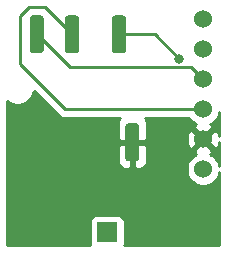
<source format=gbr>
G04 #@! TF.GenerationSoftware,KiCad,Pcbnew,(5.1.5)-3*
G04 #@! TF.CreationDate,2020-12-21T12:43:05+01:00*
G04 #@! TF.ProjectId,epimetheus_vl53l0x,6570696d-6574-4686-9575-735f766c3533,rev?*
G04 #@! TF.SameCoordinates,Original*
G04 #@! TF.FileFunction,Copper,L1,Top*
G04 #@! TF.FilePolarity,Positive*
%FSLAX46Y46*%
G04 Gerber Fmt 4.6, Leading zero omitted, Abs format (unit mm)*
G04 Created by KiCad (PCBNEW (5.1.5)-3) date 2020-12-21 12:43:05*
%MOMM*%
%LPD*%
G04 APERTURE LIST*
%ADD10C,1.524000*%
%ADD11R,1.700000X1.700000*%
%ADD12C,0.100000*%
%ADD13C,0.800000*%
%ADD14C,0.250000*%
%ADD15C,0.254000*%
G04 APERTURE END LIST*
D10*
X179070000Y-25146000D03*
X179070000Y-27686000D03*
X179070000Y-30226000D03*
X179070000Y-32766000D03*
X179070000Y-35306000D03*
X179070000Y-37846000D03*
D11*
X170942000Y-43180000D03*
G04 #@! TA.AperFunction,SMDPad,CuDef*
D12*
G36*
X165302405Y-24817445D02*
G01*
X165331527Y-24821764D01*
X165360085Y-24828918D01*
X165387805Y-24838836D01*
X165414419Y-24851424D01*
X165439671Y-24866559D01*
X165463318Y-24884097D01*
X165485132Y-24903868D01*
X165504903Y-24925682D01*
X165522441Y-24949329D01*
X165537576Y-24974581D01*
X165550164Y-25001195D01*
X165560082Y-25028915D01*
X165567236Y-25057473D01*
X165571555Y-25086595D01*
X165573000Y-25116000D01*
X165573000Y-27716000D01*
X165571555Y-27745405D01*
X165567236Y-27774527D01*
X165560082Y-27803085D01*
X165550164Y-27830805D01*
X165537576Y-27857419D01*
X165522441Y-27882671D01*
X165504903Y-27906318D01*
X165485132Y-27928132D01*
X165463318Y-27947903D01*
X165439671Y-27965441D01*
X165414419Y-27980576D01*
X165387805Y-27993164D01*
X165360085Y-28003082D01*
X165331527Y-28010236D01*
X165302405Y-28014555D01*
X165273000Y-28016000D01*
X164673000Y-28016000D01*
X164643595Y-28014555D01*
X164614473Y-28010236D01*
X164585915Y-28003082D01*
X164558195Y-27993164D01*
X164531581Y-27980576D01*
X164506329Y-27965441D01*
X164482682Y-27947903D01*
X164460868Y-27928132D01*
X164441097Y-27906318D01*
X164423559Y-27882671D01*
X164408424Y-27857419D01*
X164395836Y-27830805D01*
X164385918Y-27803085D01*
X164378764Y-27774527D01*
X164374445Y-27745405D01*
X164373000Y-27716000D01*
X164373000Y-25116000D01*
X164374445Y-25086595D01*
X164378764Y-25057473D01*
X164385918Y-25028915D01*
X164395836Y-25001195D01*
X164408424Y-24974581D01*
X164423559Y-24949329D01*
X164441097Y-24925682D01*
X164460868Y-24903868D01*
X164482682Y-24884097D01*
X164506329Y-24866559D01*
X164531581Y-24851424D01*
X164558195Y-24838836D01*
X164585915Y-24828918D01*
X164614473Y-24821764D01*
X164643595Y-24817445D01*
X164673000Y-24816000D01*
X165273000Y-24816000D01*
X165302405Y-24817445D01*
G37*
G04 #@! TD.AperFunction*
G04 #@! TA.AperFunction,SMDPad,CuDef*
G36*
X168302405Y-24817445D02*
G01*
X168331527Y-24821764D01*
X168360085Y-24828918D01*
X168387805Y-24838836D01*
X168414419Y-24851424D01*
X168439671Y-24866559D01*
X168463318Y-24884097D01*
X168485132Y-24903868D01*
X168504903Y-24925682D01*
X168522441Y-24949329D01*
X168537576Y-24974581D01*
X168550164Y-25001195D01*
X168560082Y-25028915D01*
X168567236Y-25057473D01*
X168571555Y-25086595D01*
X168573000Y-25116000D01*
X168573000Y-27716000D01*
X168571555Y-27745405D01*
X168567236Y-27774527D01*
X168560082Y-27803085D01*
X168550164Y-27830805D01*
X168537576Y-27857419D01*
X168522441Y-27882671D01*
X168504903Y-27906318D01*
X168485132Y-27928132D01*
X168463318Y-27947903D01*
X168439671Y-27965441D01*
X168414419Y-27980576D01*
X168387805Y-27993164D01*
X168360085Y-28003082D01*
X168331527Y-28010236D01*
X168302405Y-28014555D01*
X168273000Y-28016000D01*
X167673000Y-28016000D01*
X167643595Y-28014555D01*
X167614473Y-28010236D01*
X167585915Y-28003082D01*
X167558195Y-27993164D01*
X167531581Y-27980576D01*
X167506329Y-27965441D01*
X167482682Y-27947903D01*
X167460868Y-27928132D01*
X167441097Y-27906318D01*
X167423559Y-27882671D01*
X167408424Y-27857419D01*
X167395836Y-27830805D01*
X167385918Y-27803085D01*
X167378764Y-27774527D01*
X167374445Y-27745405D01*
X167373000Y-27716000D01*
X167373000Y-25116000D01*
X167374445Y-25086595D01*
X167378764Y-25057473D01*
X167385918Y-25028915D01*
X167395836Y-25001195D01*
X167408424Y-24974581D01*
X167423559Y-24949329D01*
X167441097Y-24925682D01*
X167460868Y-24903868D01*
X167482682Y-24884097D01*
X167506329Y-24866559D01*
X167531581Y-24851424D01*
X167558195Y-24838836D01*
X167585915Y-24828918D01*
X167614473Y-24821764D01*
X167643595Y-24817445D01*
X167673000Y-24816000D01*
X168273000Y-24816000D01*
X168302405Y-24817445D01*
G37*
G04 #@! TD.AperFunction*
G04 #@! TA.AperFunction,SMDPad,CuDef*
G36*
X172287405Y-24817445D02*
G01*
X172316527Y-24821764D01*
X172345085Y-24828918D01*
X172372805Y-24838836D01*
X172399419Y-24851424D01*
X172424671Y-24866559D01*
X172448318Y-24884097D01*
X172470132Y-24903868D01*
X172489903Y-24925682D01*
X172507441Y-24949329D01*
X172522576Y-24974581D01*
X172535164Y-25001195D01*
X172545082Y-25028915D01*
X172552236Y-25057473D01*
X172556555Y-25086595D01*
X172558000Y-25116000D01*
X172558000Y-27716000D01*
X172556555Y-27745405D01*
X172552236Y-27774527D01*
X172545082Y-27803085D01*
X172535164Y-27830805D01*
X172522576Y-27857419D01*
X172507441Y-27882671D01*
X172489903Y-27906318D01*
X172470132Y-27928132D01*
X172448318Y-27947903D01*
X172424671Y-27965441D01*
X172399419Y-27980576D01*
X172372805Y-27993164D01*
X172345085Y-28003082D01*
X172316527Y-28010236D01*
X172287405Y-28014555D01*
X172258000Y-28016000D01*
X171658000Y-28016000D01*
X171628595Y-28014555D01*
X171599473Y-28010236D01*
X171570915Y-28003082D01*
X171543195Y-27993164D01*
X171516581Y-27980576D01*
X171491329Y-27965441D01*
X171467682Y-27947903D01*
X171445868Y-27928132D01*
X171426097Y-27906318D01*
X171408559Y-27882671D01*
X171393424Y-27857419D01*
X171380836Y-27830805D01*
X171370918Y-27803085D01*
X171363764Y-27774527D01*
X171359445Y-27745405D01*
X171358000Y-27716000D01*
X171358000Y-25116000D01*
X171359445Y-25086595D01*
X171363764Y-25057473D01*
X171370918Y-25028915D01*
X171380836Y-25001195D01*
X171393424Y-24974581D01*
X171408559Y-24949329D01*
X171426097Y-24925682D01*
X171445868Y-24903868D01*
X171467682Y-24884097D01*
X171491329Y-24866559D01*
X171516581Y-24851424D01*
X171543195Y-24838836D01*
X171570915Y-24828918D01*
X171599473Y-24821764D01*
X171628595Y-24817445D01*
X171658000Y-24816000D01*
X172258000Y-24816000D01*
X172287405Y-24817445D01*
G37*
G04 #@! TD.AperFunction*
G04 #@! TA.AperFunction,SMDPad,CuDef*
G36*
X173402405Y-33961445D02*
G01*
X173431527Y-33965764D01*
X173460085Y-33972918D01*
X173487805Y-33982836D01*
X173514419Y-33995424D01*
X173539671Y-34010559D01*
X173563318Y-34028097D01*
X173585132Y-34047868D01*
X173604903Y-34069682D01*
X173622441Y-34093329D01*
X173637576Y-34118581D01*
X173650164Y-34145195D01*
X173660082Y-34172915D01*
X173667236Y-34201473D01*
X173671555Y-34230595D01*
X173673000Y-34260000D01*
X173673000Y-36860000D01*
X173671555Y-36889405D01*
X173667236Y-36918527D01*
X173660082Y-36947085D01*
X173650164Y-36974805D01*
X173637576Y-37001419D01*
X173622441Y-37026671D01*
X173604903Y-37050318D01*
X173585132Y-37072132D01*
X173563318Y-37091903D01*
X173539671Y-37109441D01*
X173514419Y-37124576D01*
X173487805Y-37137164D01*
X173460085Y-37147082D01*
X173431527Y-37154236D01*
X173402405Y-37158555D01*
X173373000Y-37160000D01*
X172773000Y-37160000D01*
X172743595Y-37158555D01*
X172714473Y-37154236D01*
X172685915Y-37147082D01*
X172658195Y-37137164D01*
X172631581Y-37124576D01*
X172606329Y-37109441D01*
X172582682Y-37091903D01*
X172560868Y-37072132D01*
X172541097Y-37050318D01*
X172523559Y-37026671D01*
X172508424Y-37001419D01*
X172495836Y-36974805D01*
X172485918Y-36947085D01*
X172478764Y-36918527D01*
X172474445Y-36889405D01*
X172473000Y-36860000D01*
X172473000Y-34260000D01*
X172474445Y-34230595D01*
X172478764Y-34201473D01*
X172485918Y-34172915D01*
X172495836Y-34145195D01*
X172508424Y-34118581D01*
X172523559Y-34093329D01*
X172541097Y-34069682D01*
X172560868Y-34047868D01*
X172582682Y-34028097D01*
X172606329Y-34010559D01*
X172631581Y-33995424D01*
X172658195Y-33982836D01*
X172685915Y-33972918D01*
X172714473Y-33965764D01*
X172743595Y-33961445D01*
X172773000Y-33960000D01*
X173373000Y-33960000D01*
X173402405Y-33961445D01*
G37*
G04 #@! TD.AperFunction*
D13*
X177038000Y-28485000D03*
D14*
X179070000Y-30226000D02*
X178054000Y-29210000D01*
X167767000Y-29210000D02*
X164973000Y-26416000D01*
X178054000Y-29210000D02*
X167767000Y-29210000D01*
X167386000Y-32766000D02*
X179070000Y-32766000D01*
X167973000Y-26416000D02*
X165687000Y-24130000D01*
X163576000Y-24892000D02*
X163576000Y-28956000D01*
X164338000Y-24130000D02*
X163576000Y-24892000D01*
X165687000Y-24130000D02*
X164338000Y-24130000D01*
X163576000Y-28956000D02*
X167386000Y-32766000D01*
X174969000Y-26416000D02*
X171958000Y-26416000D01*
X177038000Y-28485000D02*
X174969000Y-26416000D01*
D15*
G36*
X166822201Y-33277003D02*
G01*
X166845999Y-33306001D01*
X166961724Y-33400974D01*
X167093753Y-33471546D01*
X167237014Y-33515003D01*
X167348667Y-33526000D01*
X167348675Y-33526000D01*
X167386000Y-33529676D01*
X167423325Y-33526000D01*
X172007712Y-33526000D01*
X171942463Y-33605506D01*
X171883498Y-33715820D01*
X171847188Y-33835518D01*
X171834928Y-33960000D01*
X171838000Y-35274250D01*
X171996750Y-35433000D01*
X172946000Y-35433000D01*
X172946000Y-35413000D01*
X173200000Y-35413000D01*
X173200000Y-35433000D01*
X174149250Y-35433000D01*
X174204233Y-35378017D01*
X177668090Y-35378017D01*
X177709078Y-35650133D01*
X177802364Y-35909023D01*
X177864344Y-36024980D01*
X178104435Y-36091960D01*
X178890395Y-35306000D01*
X178104435Y-34520040D01*
X177864344Y-34587020D01*
X177747244Y-34836048D01*
X177680977Y-35103135D01*
X177668090Y-35378017D01*
X174204233Y-35378017D01*
X174308000Y-35274250D01*
X174311072Y-33960000D01*
X174298812Y-33835518D01*
X174262502Y-33715820D01*
X174203537Y-33605506D01*
X174138288Y-33526000D01*
X177897659Y-33526000D01*
X177984880Y-33656535D01*
X178179465Y-33851120D01*
X178408273Y-34004005D01*
X178479943Y-34033692D01*
X178466977Y-34038364D01*
X178351020Y-34100344D01*
X178284040Y-34340435D01*
X179070000Y-35126395D01*
X179855960Y-34340435D01*
X179788980Y-34100344D01*
X179653240Y-34036515D01*
X179731727Y-34004005D01*
X179960535Y-33851120D01*
X180155120Y-33656535D01*
X180308005Y-33427727D01*
X180413314Y-33173490D01*
X180442000Y-33029273D01*
X180442000Y-35035415D01*
X180430922Y-34961867D01*
X180337636Y-34702977D01*
X180275656Y-34587020D01*
X180035565Y-34520040D01*
X179249605Y-35306000D01*
X180035565Y-36091960D01*
X180275656Y-36024980D01*
X180392756Y-35775952D01*
X180442000Y-35577474D01*
X180442000Y-37582726D01*
X180413314Y-37438510D01*
X180308005Y-37184273D01*
X180155120Y-36955465D01*
X179960535Y-36760880D01*
X179731727Y-36607995D01*
X179660057Y-36578308D01*
X179673023Y-36573636D01*
X179788980Y-36511656D01*
X179855960Y-36271565D01*
X179070000Y-35485605D01*
X178284040Y-36271565D01*
X178351020Y-36511656D01*
X178486760Y-36575485D01*
X178408273Y-36607995D01*
X178179465Y-36760880D01*
X177984880Y-36955465D01*
X177831995Y-37184273D01*
X177726686Y-37438510D01*
X177673000Y-37708408D01*
X177673000Y-37983592D01*
X177726686Y-38253490D01*
X177831995Y-38507727D01*
X177984880Y-38736535D01*
X178179465Y-38931120D01*
X178408273Y-39084005D01*
X178662510Y-39189314D01*
X178932408Y-39243000D01*
X179207592Y-39243000D01*
X179477490Y-39189314D01*
X179731727Y-39084005D01*
X179960535Y-38931120D01*
X180155120Y-38736535D01*
X180308005Y-38507727D01*
X180413314Y-38253490D01*
X180442000Y-38109274D01*
X180442000Y-44298000D01*
X172368770Y-44298000D01*
X172381502Y-44274180D01*
X172417812Y-44154482D01*
X172430072Y-44030000D01*
X172430072Y-42330000D01*
X172417812Y-42205518D01*
X172381502Y-42085820D01*
X172322537Y-41975506D01*
X172243185Y-41878815D01*
X172146494Y-41799463D01*
X172036180Y-41740498D01*
X171916482Y-41704188D01*
X171792000Y-41691928D01*
X170092000Y-41691928D01*
X169967518Y-41704188D01*
X169847820Y-41740498D01*
X169737506Y-41799463D01*
X169640815Y-41878815D01*
X169561463Y-41975506D01*
X169502498Y-42085820D01*
X169466188Y-42205518D01*
X169453928Y-42330000D01*
X169453928Y-44030000D01*
X169466188Y-44154482D01*
X169502498Y-44274180D01*
X169515230Y-44298000D01*
X162458000Y-44298000D01*
X162458000Y-37160000D01*
X171834928Y-37160000D01*
X171847188Y-37284482D01*
X171883498Y-37404180D01*
X171942463Y-37514494D01*
X172021815Y-37611185D01*
X172118506Y-37690537D01*
X172228820Y-37749502D01*
X172348518Y-37785812D01*
X172473000Y-37798072D01*
X172787250Y-37795000D01*
X172946000Y-37636250D01*
X172946000Y-35687000D01*
X173200000Y-35687000D01*
X173200000Y-37636250D01*
X173358750Y-37795000D01*
X173673000Y-37798072D01*
X173797482Y-37785812D01*
X173917180Y-37749502D01*
X174027494Y-37690537D01*
X174124185Y-37611185D01*
X174203537Y-37514494D01*
X174262502Y-37404180D01*
X174298812Y-37284482D01*
X174311072Y-37160000D01*
X174308000Y-35845750D01*
X174149250Y-35687000D01*
X173200000Y-35687000D01*
X172946000Y-35687000D01*
X171996750Y-35687000D01*
X171838000Y-35845750D01*
X171834928Y-37160000D01*
X162458000Y-37160000D01*
X162458000Y-32031685D01*
X162490114Y-32063799D01*
X162716957Y-32215371D01*
X162969011Y-32319775D01*
X163236589Y-32373000D01*
X163509411Y-32373000D01*
X163776989Y-32319775D01*
X164029043Y-32215371D01*
X164255886Y-32063799D01*
X164448799Y-31870886D01*
X164600371Y-31644043D01*
X164704775Y-31391989D01*
X164743335Y-31198136D01*
X166822201Y-33277003D01*
G37*
X166822201Y-33277003D02*
X166845999Y-33306001D01*
X166961724Y-33400974D01*
X167093753Y-33471546D01*
X167237014Y-33515003D01*
X167348667Y-33526000D01*
X167348675Y-33526000D01*
X167386000Y-33529676D01*
X167423325Y-33526000D01*
X172007712Y-33526000D01*
X171942463Y-33605506D01*
X171883498Y-33715820D01*
X171847188Y-33835518D01*
X171834928Y-33960000D01*
X171838000Y-35274250D01*
X171996750Y-35433000D01*
X172946000Y-35433000D01*
X172946000Y-35413000D01*
X173200000Y-35413000D01*
X173200000Y-35433000D01*
X174149250Y-35433000D01*
X174204233Y-35378017D01*
X177668090Y-35378017D01*
X177709078Y-35650133D01*
X177802364Y-35909023D01*
X177864344Y-36024980D01*
X178104435Y-36091960D01*
X178890395Y-35306000D01*
X178104435Y-34520040D01*
X177864344Y-34587020D01*
X177747244Y-34836048D01*
X177680977Y-35103135D01*
X177668090Y-35378017D01*
X174204233Y-35378017D01*
X174308000Y-35274250D01*
X174311072Y-33960000D01*
X174298812Y-33835518D01*
X174262502Y-33715820D01*
X174203537Y-33605506D01*
X174138288Y-33526000D01*
X177897659Y-33526000D01*
X177984880Y-33656535D01*
X178179465Y-33851120D01*
X178408273Y-34004005D01*
X178479943Y-34033692D01*
X178466977Y-34038364D01*
X178351020Y-34100344D01*
X178284040Y-34340435D01*
X179070000Y-35126395D01*
X179855960Y-34340435D01*
X179788980Y-34100344D01*
X179653240Y-34036515D01*
X179731727Y-34004005D01*
X179960535Y-33851120D01*
X180155120Y-33656535D01*
X180308005Y-33427727D01*
X180413314Y-33173490D01*
X180442000Y-33029273D01*
X180442000Y-35035415D01*
X180430922Y-34961867D01*
X180337636Y-34702977D01*
X180275656Y-34587020D01*
X180035565Y-34520040D01*
X179249605Y-35306000D01*
X180035565Y-36091960D01*
X180275656Y-36024980D01*
X180392756Y-35775952D01*
X180442000Y-35577474D01*
X180442000Y-37582726D01*
X180413314Y-37438510D01*
X180308005Y-37184273D01*
X180155120Y-36955465D01*
X179960535Y-36760880D01*
X179731727Y-36607995D01*
X179660057Y-36578308D01*
X179673023Y-36573636D01*
X179788980Y-36511656D01*
X179855960Y-36271565D01*
X179070000Y-35485605D01*
X178284040Y-36271565D01*
X178351020Y-36511656D01*
X178486760Y-36575485D01*
X178408273Y-36607995D01*
X178179465Y-36760880D01*
X177984880Y-36955465D01*
X177831995Y-37184273D01*
X177726686Y-37438510D01*
X177673000Y-37708408D01*
X177673000Y-37983592D01*
X177726686Y-38253490D01*
X177831995Y-38507727D01*
X177984880Y-38736535D01*
X178179465Y-38931120D01*
X178408273Y-39084005D01*
X178662510Y-39189314D01*
X178932408Y-39243000D01*
X179207592Y-39243000D01*
X179477490Y-39189314D01*
X179731727Y-39084005D01*
X179960535Y-38931120D01*
X180155120Y-38736535D01*
X180308005Y-38507727D01*
X180413314Y-38253490D01*
X180442000Y-38109274D01*
X180442000Y-44298000D01*
X172368770Y-44298000D01*
X172381502Y-44274180D01*
X172417812Y-44154482D01*
X172430072Y-44030000D01*
X172430072Y-42330000D01*
X172417812Y-42205518D01*
X172381502Y-42085820D01*
X172322537Y-41975506D01*
X172243185Y-41878815D01*
X172146494Y-41799463D01*
X172036180Y-41740498D01*
X171916482Y-41704188D01*
X171792000Y-41691928D01*
X170092000Y-41691928D01*
X169967518Y-41704188D01*
X169847820Y-41740498D01*
X169737506Y-41799463D01*
X169640815Y-41878815D01*
X169561463Y-41975506D01*
X169502498Y-42085820D01*
X169466188Y-42205518D01*
X169453928Y-42330000D01*
X169453928Y-44030000D01*
X169466188Y-44154482D01*
X169502498Y-44274180D01*
X169515230Y-44298000D01*
X162458000Y-44298000D01*
X162458000Y-37160000D01*
X171834928Y-37160000D01*
X171847188Y-37284482D01*
X171883498Y-37404180D01*
X171942463Y-37514494D01*
X172021815Y-37611185D01*
X172118506Y-37690537D01*
X172228820Y-37749502D01*
X172348518Y-37785812D01*
X172473000Y-37798072D01*
X172787250Y-37795000D01*
X172946000Y-37636250D01*
X172946000Y-35687000D01*
X173200000Y-35687000D01*
X173200000Y-37636250D01*
X173358750Y-37795000D01*
X173673000Y-37798072D01*
X173797482Y-37785812D01*
X173917180Y-37749502D01*
X174027494Y-37690537D01*
X174124185Y-37611185D01*
X174203537Y-37514494D01*
X174262502Y-37404180D01*
X174298812Y-37284482D01*
X174311072Y-37160000D01*
X174308000Y-35845750D01*
X174149250Y-35687000D01*
X173200000Y-35687000D01*
X172946000Y-35687000D01*
X171996750Y-35687000D01*
X171838000Y-35845750D01*
X171834928Y-37160000D01*
X162458000Y-37160000D01*
X162458000Y-32031685D01*
X162490114Y-32063799D01*
X162716957Y-32215371D01*
X162969011Y-32319775D01*
X163236589Y-32373000D01*
X163509411Y-32373000D01*
X163776989Y-32319775D01*
X164029043Y-32215371D01*
X164255886Y-32063799D01*
X164448799Y-31870886D01*
X164600371Y-31644043D01*
X164704775Y-31391989D01*
X164743335Y-31198136D01*
X166822201Y-33277003D01*
M02*

</source>
